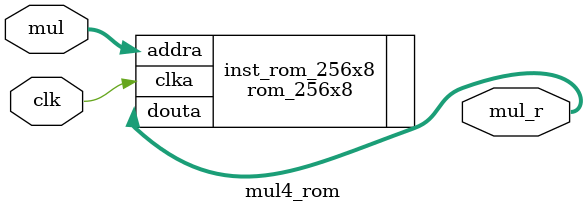
<source format=v>
`timescale 1ns / 1ps
module mul4_rom( clk, mul, mul_r
    );
	 
	 input clk;
	 input [7:0] mul;
	 output [7:0] mul_r;
	 
	 rom_256x8 inst_rom_256x8(.clka(clk), .addra(mul), .douta(mul_r));


endmodule

</source>
